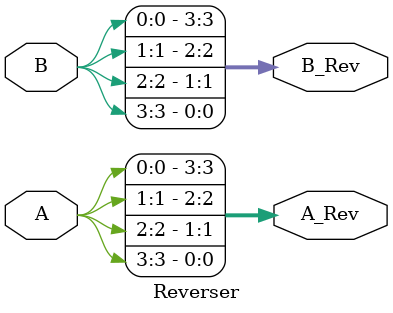
<source format=v>
module Reverser(
   input [3:0] A , B ,
   output [3:0] A_Rev , B_Rev  
); 

 assign A_Rev = {A[0] , A[1] , A[2] , A[3]} ;
 assign B_Rev = {B[0] , B[1] , B[2] , B[3]} ;

endmodule 

</source>
